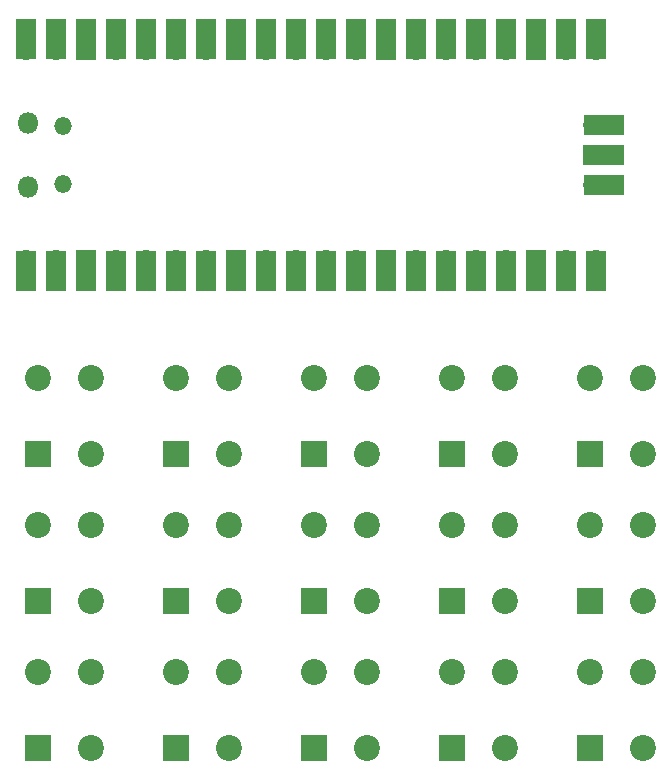
<source format=gts>
%TF.GenerationSoftware,KiCad,Pcbnew,(6.0.7)*%
%TF.CreationDate,2022-10-18T19:39:03+02:00*%
%TF.ProjectId,15_button_controller,31355f62-7574-4746-9f6e-5f636f6e7472,rev?*%
%TF.SameCoordinates,Original*%
%TF.FileFunction,Soldermask,Top*%
%TF.FilePolarity,Negative*%
%FSLAX46Y46*%
G04 Gerber Fmt 4.6, Leading zero omitted, Abs format (unit mm)*
G04 Created by KiCad (PCBNEW (6.0.7)) date 2022-10-18 19:39:03*
%MOMM*%
%LPD*%
G01*
G04 APERTURE LIST*
%ADD10R,2.200000X2.200000*%
%ADD11C,2.200000*%
%ADD12O,1.500000X1.500000*%
%ADD13O,1.800000X1.800000*%
%ADD14O,1.700000X1.700000*%
%ADD15R,1.700000X3.500000*%
%ADD16R,1.700000X1.700000*%
%ADD17R,3.500000X1.700000*%
G04 APERTURE END LIST*
D10*
%TO.C,S3*%
X89154000Y-122630000D03*
D11*
X89154000Y-116130000D03*
X93654000Y-122630000D03*
X93654000Y-116130000D03*
%TD*%
D10*
%TO.C,S10*%
X112522000Y-110184000D03*
D11*
X112522000Y-103684000D03*
X117022000Y-110184000D03*
X117022000Y-103684000D03*
%TD*%
D10*
%TO.C,S4*%
X100838000Y-122630000D03*
D11*
X100838000Y-116130000D03*
X105338000Y-122630000D03*
X105338000Y-116130000D03*
%TD*%
D10*
%TO.C,S8*%
X89154000Y-110184000D03*
D11*
X89154000Y-103684000D03*
X93654000Y-110184000D03*
X93654000Y-103684000D03*
%TD*%
D10*
%TO.C,S11*%
X65786000Y-97738000D03*
D11*
X65786000Y-91238000D03*
X70286000Y-97738000D03*
X70286000Y-91238000D03*
%TD*%
D10*
%TO.C,S2*%
X77470000Y-122630000D03*
D11*
X77470000Y-116130000D03*
X81970000Y-122630000D03*
X81970000Y-116130000D03*
%TD*%
D10*
%TO.C,S15*%
X112522000Y-97738000D03*
D11*
X112522000Y-91238000D03*
X117022000Y-97738000D03*
X117022000Y-91238000D03*
%TD*%
D10*
%TO.C,S14*%
X100838000Y-97738000D03*
D11*
X100838000Y-91238000D03*
X105338000Y-97738000D03*
X105338000Y-91238000D03*
%TD*%
D10*
%TO.C,S9*%
X100838000Y-110184000D03*
D11*
X100838000Y-103684000D03*
X105338000Y-110184000D03*
X105338000Y-103684000D03*
%TD*%
D10*
%TO.C,S7*%
X77470000Y-110184000D03*
D11*
X77470000Y-103684000D03*
X81970000Y-110184000D03*
X81970000Y-103684000D03*
%TD*%
D10*
%TO.C,S12*%
X77470000Y-97738000D03*
D11*
X77470000Y-91238000D03*
X81970000Y-97738000D03*
X81970000Y-91238000D03*
%TD*%
D12*
%TO.C,U1*%
X67930000Y-74815000D03*
D13*
X64900000Y-75115000D03*
X64900000Y-69665000D03*
D12*
X67930000Y-69965000D03*
D14*
X64770000Y-81280000D03*
D15*
X64770000Y-82180000D03*
X67310000Y-82180000D03*
D14*
X67310000Y-81280000D03*
D15*
X69850000Y-82180000D03*
D16*
X69850000Y-81280000D03*
D14*
X72390000Y-81280000D03*
D15*
X72390000Y-82180000D03*
D14*
X74930000Y-81280000D03*
D15*
X74930000Y-82180000D03*
X77470000Y-82180000D03*
D14*
X77470000Y-81280000D03*
D15*
X80010000Y-82180000D03*
D14*
X80010000Y-81280000D03*
D16*
X82550000Y-81280000D03*
D15*
X82550000Y-82180000D03*
X85090000Y-82180000D03*
D14*
X85090000Y-81280000D03*
X87630000Y-81280000D03*
D15*
X87630000Y-82180000D03*
D14*
X90170000Y-81280000D03*
D15*
X90170000Y-82180000D03*
D14*
X92710000Y-81280000D03*
D15*
X92710000Y-82180000D03*
X95250000Y-82180000D03*
D16*
X95250000Y-81280000D03*
D14*
X97790000Y-81280000D03*
D15*
X97790000Y-82180000D03*
D14*
X100330000Y-81280000D03*
D15*
X100330000Y-82180000D03*
D14*
X102870000Y-81280000D03*
D15*
X102870000Y-82180000D03*
X105410000Y-82180000D03*
D14*
X105410000Y-81280000D03*
D15*
X107950000Y-82180000D03*
D16*
X107950000Y-81280000D03*
D14*
X110490000Y-81280000D03*
D15*
X110490000Y-82180000D03*
X113030000Y-82180000D03*
D14*
X113030000Y-81280000D03*
X113030000Y-63500000D03*
D15*
X113030000Y-62600000D03*
D14*
X110490000Y-63500000D03*
D15*
X110490000Y-62600000D03*
D16*
X107950000Y-63500000D03*
D15*
X107950000Y-62600000D03*
D14*
X105410000Y-63500000D03*
D15*
X105410000Y-62600000D03*
D14*
X102870000Y-63500000D03*
D15*
X102870000Y-62600000D03*
X100330000Y-62600000D03*
D14*
X100330000Y-63500000D03*
D15*
X97790000Y-62600000D03*
D14*
X97790000Y-63500000D03*
D16*
X95250000Y-63500000D03*
D15*
X95250000Y-62600000D03*
X92710000Y-62600000D03*
D14*
X92710000Y-63500000D03*
X90170000Y-63500000D03*
D15*
X90170000Y-62600000D03*
X87630000Y-62600000D03*
D14*
X87630000Y-63500000D03*
D15*
X85090000Y-62600000D03*
D14*
X85090000Y-63500000D03*
D16*
X82550000Y-63500000D03*
D15*
X82550000Y-62600000D03*
X80010000Y-62600000D03*
D14*
X80010000Y-63500000D03*
X77470000Y-63500000D03*
D15*
X77470000Y-62600000D03*
D14*
X74930000Y-63500000D03*
D15*
X74930000Y-62600000D03*
D14*
X72390000Y-63500000D03*
D15*
X72390000Y-62600000D03*
D16*
X69850000Y-63500000D03*
D15*
X69850000Y-62600000D03*
D14*
X67310000Y-63500000D03*
D15*
X67310000Y-62600000D03*
X64770000Y-62600000D03*
D14*
X64770000Y-63500000D03*
D17*
X113700000Y-74930000D03*
D14*
X112800000Y-74930000D03*
D16*
X112800000Y-72390000D03*
D17*
X113700000Y-72390000D03*
D14*
X112800000Y-69850000D03*
D17*
X113700000Y-69850000D03*
%TD*%
D10*
%TO.C,S6*%
X65786000Y-110184000D03*
D11*
X65786000Y-103684000D03*
X70286000Y-110184000D03*
X70286000Y-103684000D03*
%TD*%
D10*
%TO.C,S13*%
X89154000Y-97738000D03*
D11*
X89154000Y-91238000D03*
X93654000Y-97738000D03*
X93654000Y-91238000D03*
%TD*%
D10*
%TO.C,S1*%
X65786000Y-122630000D03*
D11*
X65786000Y-116130000D03*
X70286000Y-122630000D03*
X70286000Y-116130000D03*
%TD*%
D10*
%TO.C,S5*%
X112522000Y-122630000D03*
D11*
X112522000Y-116130000D03*
X117022000Y-122630000D03*
X117022000Y-116130000D03*
%TD*%
M02*

</source>
